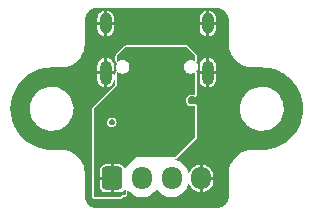
<source format=gbr>
%TF.GenerationSoftware,KiCad,Pcbnew,(7.0.0-0)*%
%TF.CreationDate,2023-03-15T20:38:16-05:00*%
%TF.ProjectId,USB-C Breakout,5553422d-4320-4427-9265-616b6f75742e,0*%
%TF.SameCoordinates,Original*%
%TF.FileFunction,Copper,L3,Inr*%
%TF.FilePolarity,Positive*%
%FSLAX46Y46*%
G04 Gerber Fmt 4.6, Leading zero omitted, Abs format (unit mm)*
G04 Created by KiCad (PCBNEW (7.0.0-0)) date 2023-03-15 20:38:16*
%MOMM*%
%LPD*%
G01*
G04 APERTURE LIST*
G04 Aperture macros list*
%AMRoundRect*
0 Rectangle with rounded corners*
0 $1 Rounding radius*
0 $2 $3 $4 $5 $6 $7 $8 $9 X,Y pos of 4 corners*
0 Add a 4 corners polygon primitive as box body*
4,1,4,$2,$3,$4,$5,$6,$7,$8,$9,$2,$3,0*
0 Add four circle primitives for the rounded corners*
1,1,$1+$1,$2,$3*
1,1,$1+$1,$4,$5*
1,1,$1+$1,$6,$7*
1,1,$1+$1,$8,$9*
0 Add four rect primitives between the rounded corners*
20,1,$1+$1,$2,$3,$4,$5,0*
20,1,$1+$1,$4,$5,$6,$7,0*
20,1,$1+$1,$6,$7,$8,$9,0*
20,1,$1+$1,$8,$9,$2,$3,0*%
G04 Aperture macros list end*
%TA.AperFunction,ComponentPad*%
%ADD10RoundRect,0.250000X-0.600000X-0.725000X0.600000X-0.725000X0.600000X0.725000X-0.600000X0.725000X0*%
%TD*%
%TA.AperFunction,ComponentPad*%
%ADD11O,1.700000X1.950000*%
%TD*%
%TA.AperFunction,ComponentPad*%
%ADD12O,1.000000X2.100000*%
%TD*%
%TA.AperFunction,ComponentPad*%
%ADD13O,1.000000X1.800000*%
%TD*%
%TA.AperFunction,ViaPad*%
%ADD14C,0.700000*%
%TD*%
%TA.AperFunction,ViaPad*%
%ADD15C,0.500000*%
%TD*%
G04 APERTURE END LIST*
D10*
%TO.N,VBUS*%
%TO.C,J2*%
X138395085Y-104900000D03*
D11*
%TO.N,/DP_USB_+*%
X140895084Y-104899999D03*
%TO.N,/DP_USB_-*%
X143395084Y-104899999D03*
%TO.N,GND*%
X145895084Y-104899999D03*
%TD*%
D12*
%TO.N,GND*%
%TO.C,J1*%
X146465084Y-95949999D03*
D13*
X146465084Y-91769999D03*
D12*
X137825084Y-95949999D03*
D13*
X137825084Y-91769999D03*
%TD*%
D14*
%TO.N,GND*%
X145100000Y-98300000D03*
X144850000Y-102850000D03*
X147650000Y-105000000D03*
X147450000Y-106650000D03*
X144850000Y-106800000D03*
X139450000Y-106800000D03*
X142150000Y-106800000D03*
D15*
X138350000Y-100150000D03*
X146000000Y-100300000D03*
%TO.N,VBUS*%
X140100000Y-95350000D03*
X144200000Y-95350000D03*
X141550000Y-94500000D03*
X143350000Y-94500000D03*
X140500000Y-94900000D03*
X143800000Y-94900000D03*
X142150000Y-94500000D03*
X142750000Y-94500000D03*
X140950000Y-94500000D03*
%TD*%
%TA.AperFunction,Conductor*%
%TO.N,GND*%
G36*
X138416881Y-99912539D02*
G01*
X138435472Y-99918580D01*
X138486981Y-99944825D01*
X138502801Y-99956319D01*
X138543679Y-99997197D01*
X138555172Y-100013015D01*
X138581417Y-100064524D01*
X138587460Y-100083121D01*
X138596504Y-100140227D01*
X138596504Y-100159780D01*
X138587461Y-100216875D01*
X138581418Y-100235472D01*
X138555173Y-100286981D01*
X138543679Y-100302801D01*
X138502801Y-100343679D01*
X138486981Y-100355173D01*
X138435472Y-100381418D01*
X138416875Y-100387460D01*
X138359780Y-100396504D01*
X138340227Y-100396504D01*
X138283121Y-100387460D01*
X138264524Y-100381417D01*
X138213015Y-100355172D01*
X138197197Y-100343679D01*
X138156319Y-100302801D01*
X138144826Y-100286984D01*
X138118579Y-100235470D01*
X138112538Y-100216877D01*
X138107787Y-100186881D01*
X138103494Y-100159771D01*
X138103494Y-100140225D01*
X138112539Y-100083115D01*
X138118580Y-100064526D01*
X138144826Y-100013014D01*
X138156316Y-99997200D01*
X138197200Y-99956316D01*
X138213011Y-99944828D01*
X138264530Y-99918578D01*
X138283117Y-99912539D01*
X138332141Y-99904774D01*
X138340227Y-99903494D01*
X138359774Y-99903494D01*
X138416881Y-99912539D01*
G37*
%TD.AperFunction*%
%TA.AperFunction,Conductor*%
G36*
X147247805Y-90470738D02*
G01*
X147252403Y-90471140D01*
X147290290Y-90474454D01*
X147290731Y-90474495D01*
X147421868Y-90487409D01*
X147431910Y-90489235D01*
X147502484Y-90508144D01*
X147504355Y-90508679D01*
X147600840Y-90537946D01*
X147609099Y-90541106D01*
X147680466Y-90574385D01*
X147683484Y-90575893D01*
X147767408Y-90620750D01*
X147773773Y-90624661D01*
X147806109Y-90647302D01*
X147839894Y-90670958D01*
X147843695Y-90673842D01*
X147915895Y-90733094D01*
X147920440Y-90737213D01*
X147977878Y-90794651D01*
X147981997Y-90799195D01*
X148041241Y-90871383D01*
X148044125Y-90875184D01*
X148090421Y-90941300D01*
X148094344Y-90947686D01*
X148139196Y-91031595D01*
X148140720Y-91034645D01*
X148173983Y-91105979D01*
X148177148Y-91114249D01*
X148206410Y-91210710D01*
X148206971Y-91212677D01*
X148225855Y-91283154D01*
X148227685Y-91293209D01*
X148240685Y-91425307D01*
X148240747Y-91425979D01*
X148244347Y-91467110D01*
X148244585Y-91472559D01*
X148244585Y-93500099D01*
X148244594Y-93500122D01*
X148244600Y-93500174D01*
X148244600Y-93631119D01*
X148244866Y-93633144D01*
X148244867Y-93633150D01*
X148261697Y-93760986D01*
X148278829Y-93891114D01*
X148279359Y-93893092D01*
X148279360Y-93893097D01*
X148346168Y-94142430D01*
X148346170Y-94142436D01*
X148346701Y-94144416D01*
X148347480Y-94146298D01*
X148347484Y-94146308D01*
X148396720Y-94265173D01*
X148447055Y-94386693D01*
X148448074Y-94388458D01*
X148448077Y-94388464D01*
X148577155Y-94612036D01*
X148577160Y-94612043D01*
X148578173Y-94613798D01*
X148579410Y-94615410D01*
X148579412Y-94615413D01*
X148736567Y-94820223D01*
X148736569Y-94820225D01*
X148737813Y-94821846D01*
X148923243Y-95007277D01*
X149131289Y-95166918D01*
X149358394Y-95298039D01*
X149600669Y-95398394D01*
X149853972Y-95466268D01*
X150113966Y-95500499D01*
X150244984Y-95500499D01*
X150244985Y-95500499D01*
X150244986Y-95500500D01*
X150245085Y-95500500D01*
X151038541Y-95500500D01*
X151041811Y-95500586D01*
X151316991Y-95515005D01*
X151404311Y-95519740D01*
X151410688Y-95520415D01*
X151625965Y-95554509D01*
X151772307Y-95578500D01*
X151778318Y-95579795D01*
X151970914Y-95631399D01*
X151977039Y-95633041D01*
X151977583Y-95633189D01*
X152131890Y-95676030D01*
X152137522Y-95677889D01*
X152324929Y-95749826D01*
X152325589Y-95750085D01*
X152479044Y-95811226D01*
X152484245Y-95813581D01*
X152660569Y-95903420D01*
X152661332Y-95903817D01*
X152772755Y-95962889D01*
X152809814Y-95982536D01*
X152814579Y-95985339D01*
X152978975Y-96092098D01*
X152980009Y-96092784D01*
X153015190Y-96116637D01*
X153120500Y-96188038D01*
X153124735Y-96191180D01*
X153276187Y-96313822D01*
X153277309Y-96314753D01*
X153407517Y-96425352D01*
X153411250Y-96428793D01*
X153548449Y-96565991D01*
X153549581Y-96567154D01*
X153642259Y-96664992D01*
X153667678Y-96691826D01*
X153670873Y-96695471D01*
X153691599Y-96721066D01*
X153792571Y-96845756D01*
X153793755Y-96847265D01*
X153898021Y-96984423D01*
X153900682Y-96988207D01*
X154005759Y-97150011D01*
X154006895Y-97151829D01*
X154095927Y-97299799D01*
X154098062Y-97303646D01*
X154185501Y-97475253D01*
X154186522Y-97477355D01*
X154212241Y-97532944D01*
X154259179Y-97634399D01*
X154260804Y-97638244D01*
X154329738Y-97817822D01*
X154330617Y-97820263D01*
X154385935Y-97984438D01*
X154387077Y-97988218D01*
X154436807Y-98173809D01*
X154437476Y-98176551D01*
X154474757Y-98345924D01*
X154475449Y-98349582D01*
X154505489Y-98539248D01*
X154505892Y-98542267D01*
X154524654Y-98714771D01*
X154524934Y-98718258D01*
X154534981Y-98909957D01*
X154535067Y-98913228D01*
X154535067Y-99086772D01*
X154534981Y-99090043D01*
X154524934Y-99281740D01*
X154524654Y-99285227D01*
X154505892Y-99457731D01*
X154505489Y-99460750D01*
X154475449Y-99650416D01*
X154474757Y-99654074D01*
X154437476Y-99823447D01*
X154436807Y-99826189D01*
X154387077Y-100011780D01*
X154385935Y-100015559D01*
X154330618Y-100179733D01*
X154329739Y-100182175D01*
X154260804Y-100361754D01*
X154259179Y-100365599D01*
X154186537Y-100522613D01*
X154185501Y-100524745D01*
X154098062Y-100696352D01*
X154095927Y-100700199D01*
X154006895Y-100848169D01*
X154005759Y-100849987D01*
X153900682Y-101011791D01*
X153898021Y-101015575D01*
X153793755Y-101152733D01*
X153792571Y-101154242D01*
X153670875Y-101304524D01*
X153667678Y-101308172D01*
X153549605Y-101432820D01*
X153548424Y-101434033D01*
X153411250Y-101571205D01*
X153407517Y-101574646D01*
X153277309Y-101685245D01*
X153276180Y-101686182D01*
X153124746Y-101808810D01*
X153120488Y-101811969D01*
X152980009Y-101907214D01*
X152978975Y-101907900D01*
X152814579Y-102014659D01*
X152809814Y-102017462D01*
X152661397Y-102096147D01*
X152660496Y-102096615D01*
X152484265Y-102186408D01*
X152479024Y-102188781D01*
X152325630Y-102249897D01*
X152324895Y-102250185D01*
X152137544Y-102322102D01*
X152131866Y-102323975D01*
X151977583Y-102366809D01*
X151977039Y-102366957D01*
X151778344Y-102420197D01*
X151772279Y-102421504D01*
X151626172Y-102445455D01*
X151625838Y-102445509D01*
X151410695Y-102479582D01*
X151404302Y-102480259D01*
X151316527Y-102485018D01*
X151316414Y-102485024D01*
X151041811Y-102499414D01*
X151038540Y-102499500D01*
X150245141Y-102499500D01*
X150245085Y-102499493D01*
X150245085Y-102499485D01*
X150245027Y-102499485D01*
X150116011Y-102499485D01*
X150115996Y-102499485D01*
X150113965Y-102499486D01*
X150111941Y-102499752D01*
X150111933Y-102499753D01*
X149856000Y-102533449D01*
X149855991Y-102533450D01*
X149853969Y-102533717D01*
X149852005Y-102534243D01*
X149851991Y-102534246D01*
X149602637Y-102601063D01*
X149602628Y-102601065D01*
X149600665Y-102601592D01*
X149598782Y-102602371D01*
X149598776Y-102602374D01*
X149360287Y-102701160D01*
X149360274Y-102701166D01*
X149358387Y-102701948D01*
X149356609Y-102702974D01*
X149356604Y-102702977D01*
X149133063Y-102832040D01*
X149131281Y-102833069D01*
X149129655Y-102834316D01*
X149129650Y-102834320D01*
X148924865Y-102991459D01*
X148924858Y-102991464D01*
X148923233Y-102992712D01*
X148921785Y-102994159D01*
X148921777Y-102994167D01*
X148739249Y-103176696D01*
X148739241Y-103176704D01*
X148737802Y-103178144D01*
X148736567Y-103179753D01*
X148736556Y-103179766D01*
X148579400Y-103384578D01*
X148579393Y-103384587D01*
X148578161Y-103386194D01*
X148577152Y-103387940D01*
X148577143Y-103387955D01*
X148512312Y-103500247D01*
X148447041Y-103613300D01*
X148446264Y-103615175D01*
X148446259Y-103615186D01*
X148347470Y-103853687D01*
X148347466Y-103853696D01*
X148346687Y-103855579D01*
X148346159Y-103857548D01*
X148346155Y-103857561D01*
X148285944Y-104082272D01*
X148278814Y-104108883D01*
X148278546Y-104110913D01*
X148278546Y-104110917D01*
X148244852Y-104366848D01*
X148244851Y-104366855D01*
X148244585Y-104368880D01*
X148244585Y-104370927D01*
X148244585Y-106397271D01*
X148244347Y-106402720D01*
X148240637Y-106445110D01*
X148240574Y-106445787D01*
X148227673Y-106576780D01*
X148225844Y-106586830D01*
X148206958Y-106657313D01*
X148206397Y-106659281D01*
X148177133Y-106755747D01*
X148173968Y-106764017D01*
X148140707Y-106835345D01*
X148139183Y-106838393D01*
X148094332Y-106922303D01*
X148090409Y-106928690D01*
X148044115Y-106994804D01*
X148041231Y-106998605D01*
X147981986Y-107070795D01*
X147977866Y-107075340D01*
X147920427Y-107132777D01*
X147915883Y-107136896D01*
X147843689Y-107196143D01*
X147839888Y-107199026D01*
X147773780Y-107245315D01*
X147767393Y-107249239D01*
X147683492Y-107294083D01*
X147680444Y-107295607D01*
X147609096Y-107328876D01*
X147600826Y-107332040D01*
X147504388Y-107361294D01*
X147502420Y-107361856D01*
X147431906Y-107380749D01*
X147421861Y-107382577D01*
X147291854Y-107395390D01*
X147291171Y-107395453D01*
X147247634Y-107399262D01*
X147242187Y-107399500D01*
X137047815Y-107399500D01*
X137042366Y-107399262D01*
X136999978Y-107395552D01*
X136999300Y-107395489D01*
X136868307Y-107382586D01*
X136858257Y-107380757D01*
X136787733Y-107361859D01*
X136785779Y-107361301D01*
X136689340Y-107332045D01*
X136681076Y-107328883D01*
X136609737Y-107295616D01*
X136606688Y-107294092D01*
X136522782Y-107249242D01*
X136516396Y-107245319D01*
X136450284Y-107199026D01*
X136446483Y-107196142D01*
X136374296Y-107136899D01*
X136369756Y-107132785D01*
X136312296Y-107075324D01*
X136308197Y-107070800D01*
X136248923Y-106998575D01*
X136246084Y-106994831D01*
X136199760Y-106928674D01*
X136195862Y-106922330D01*
X136150978Y-106838357D01*
X136149498Y-106835396D01*
X136116207Y-106764002D01*
X136113048Y-106755744D01*
X136083779Y-106659256D01*
X136083235Y-106657350D01*
X136064337Y-106586823D01*
X136062509Y-106576779D01*
X136058722Y-106538361D01*
X136049689Y-106446712D01*
X136049631Y-106446080D01*
X136049605Y-106445787D01*
X136048880Y-106437500D01*
X136644500Y-106437500D01*
X136645098Y-106440510D01*
X136645099Y-106440512D01*
X136647861Y-106454400D01*
X136656337Y-106497008D01*
X136657510Y-106499840D01*
X136657511Y-106499843D01*
X136673466Y-106538361D01*
X136674643Y-106541202D01*
X136708351Y-106591649D01*
X136758798Y-106625357D01*
X136802992Y-106643663D01*
X136862500Y-106655500D01*
X139017488Y-106655500D01*
X139019152Y-106655500D01*
X139052206Y-106651946D01*
X139078169Y-106646298D01*
X139138302Y-106618837D01*
X139159573Y-106602914D01*
X139183905Y-106580260D01*
X139215866Y-106543373D01*
X139229307Y-106531727D01*
X139297648Y-106487806D01*
X139313829Y-106480417D01*
X139391776Y-106457531D01*
X139409383Y-106455000D01*
X139434429Y-106455000D01*
X139437500Y-106455000D01*
X139497008Y-106443163D01*
X139541202Y-106424857D01*
X139591649Y-106391149D01*
X139625357Y-106340702D01*
X139643663Y-106296508D01*
X139655500Y-106237000D01*
X139655500Y-105980275D01*
X139666395Y-105945017D01*
X139695281Y-105922051D01*
X139732088Y-105919383D01*
X139763982Y-105937944D01*
X139909321Y-106095825D01*
X140099018Y-106243472D01*
X140101285Y-106244699D01*
X140101290Y-106244702D01*
X140179419Y-106286983D01*
X140310429Y-106357882D01*
X140537788Y-106435934D01*
X140774893Y-106475500D01*
X141012690Y-106475500D01*
X141015277Y-106475500D01*
X141252382Y-106435934D01*
X141479741Y-106357882D01*
X141691152Y-106243472D01*
X141880849Y-106095825D01*
X142043656Y-105918969D01*
X142092763Y-105843804D01*
X142124791Y-105818876D01*
X142165379Y-105818876D01*
X142197406Y-105843804D01*
X142224475Y-105885236D01*
X142245100Y-105916806D01*
X142246514Y-105918969D01*
X142409321Y-106095825D01*
X142599018Y-106243472D01*
X142601285Y-106244699D01*
X142601290Y-106244702D01*
X142679419Y-106286983D01*
X142810429Y-106357882D01*
X143037788Y-106435934D01*
X143274893Y-106475500D01*
X143512690Y-106475500D01*
X143515277Y-106475500D01*
X143752382Y-106435934D01*
X143979741Y-106357882D01*
X144191152Y-106243472D01*
X144380849Y-106095825D01*
X144543656Y-105918969D01*
X144675134Y-105717728D01*
X144771695Y-105497591D01*
X144793650Y-105410891D01*
X144815277Y-105377364D01*
X144852782Y-105363752D01*
X144890881Y-105375604D01*
X144914045Y-105408090D01*
X144919423Y-105425816D01*
X144921766Y-105431474D01*
X145016367Y-105608459D01*
X145019766Y-105613547D01*
X145147084Y-105768684D01*
X145151400Y-105773000D01*
X145306537Y-105900318D01*
X145311625Y-105903717D01*
X145488610Y-105998318D01*
X145494263Y-106000660D01*
X145686315Y-106058918D01*
X145692301Y-106060108D01*
X145761376Y-106066912D01*
X145768184Y-106065673D01*
X145770085Y-106059019D01*
X146020085Y-106059019D01*
X146021985Y-106065673D01*
X146028793Y-106066912D01*
X146097868Y-106060108D01*
X146103854Y-106058918D01*
X146295906Y-106000660D01*
X146301559Y-105998318D01*
X146478544Y-105903717D01*
X146483632Y-105900318D01*
X146638769Y-105773000D01*
X146643085Y-105768684D01*
X146770403Y-105613547D01*
X146773802Y-105608459D01*
X146868403Y-105431474D01*
X146870745Y-105425821D01*
X146929003Y-105233769D01*
X146930193Y-105227783D01*
X146944933Y-105078121D01*
X146945085Y-105075047D01*
X146945085Y-105037431D01*
X146941443Y-105028641D01*
X146932654Y-105025000D01*
X146032516Y-105025000D01*
X146023726Y-105028641D01*
X146020085Y-105037431D01*
X146020085Y-106059019D01*
X145770085Y-106059019D01*
X145770085Y-104762569D01*
X146020085Y-104762569D01*
X146023726Y-104771358D01*
X146032516Y-104775000D01*
X146932654Y-104775000D01*
X146941443Y-104771358D01*
X146945085Y-104762569D01*
X146945085Y-104724953D01*
X146944933Y-104721878D01*
X146930193Y-104572216D01*
X146929003Y-104566230D01*
X146870745Y-104374178D01*
X146868403Y-104368525D01*
X146773802Y-104191540D01*
X146770403Y-104186452D01*
X146643085Y-104031315D01*
X146638769Y-104026999D01*
X146483632Y-103899681D01*
X146478544Y-103896282D01*
X146301559Y-103801681D01*
X146295906Y-103799339D01*
X146103854Y-103741081D01*
X146097868Y-103739891D01*
X146028793Y-103733087D01*
X146021985Y-103734326D01*
X146020085Y-103740981D01*
X146020085Y-104762569D01*
X145770085Y-104762569D01*
X145770085Y-103740981D01*
X145768184Y-103734326D01*
X145761376Y-103733087D01*
X145692301Y-103739891D01*
X145686315Y-103741081D01*
X145494263Y-103799339D01*
X145488610Y-103801681D01*
X145311625Y-103896282D01*
X145306537Y-103899681D01*
X145151400Y-104026999D01*
X145147084Y-104031315D01*
X145019766Y-104186452D01*
X145016367Y-104191540D01*
X144921766Y-104368525D01*
X144919423Y-104374181D01*
X144914045Y-104391910D01*
X144890880Y-104424395D01*
X144852782Y-104436247D01*
X144815277Y-104422635D01*
X144793649Y-104389106D01*
X144788527Y-104368880D01*
X144771695Y-104302409D01*
X144675134Y-104082272D01*
X144543656Y-103881031D01*
X144380849Y-103704175D01*
X144191152Y-103556528D01*
X144188887Y-103555302D01*
X144188879Y-103555297D01*
X144031813Y-103470297D01*
X143979741Y-103442118D01*
X143977298Y-103441279D01*
X143977295Y-103441278D01*
X143754824Y-103364904D01*
X143754820Y-103364903D01*
X143752382Y-103364066D01*
X143749834Y-103363640D01*
X143749823Y-103363638D01*
X143746916Y-103363153D01*
X143710831Y-103343408D01*
X143694833Y-103305513D01*
X143705851Y-103265881D01*
X143734261Y-103245210D01*
X143733620Y-103243663D01*
X143733619Y-103243663D01*
X143777814Y-103225357D01*
X143828261Y-103191649D01*
X145491649Y-101528261D01*
X145525357Y-101477814D01*
X145543663Y-101433620D01*
X145555500Y-101374112D01*
X145555500Y-99067765D01*
X149185958Y-99067765D01*
X149186206Y-99070026D01*
X149186207Y-99070032D01*
X149215333Y-99334742D01*
X149215334Y-99334749D01*
X149215584Y-99337018D01*
X149216160Y-99339223D01*
X149216162Y-99339231D01*
X149249578Y-99467047D01*
X149284098Y-99599088D01*
X149284988Y-99601183D01*
X149284990Y-99601188D01*
X149389149Y-99846294D01*
X149390040Y-99848390D01*
X149391223Y-99850330D01*
X149391225Y-99850332D01*
X149527328Y-100073345D01*
X149531152Y-100079610D01*
X149597870Y-100159780D01*
X149678106Y-100256195D01*
X149704425Y-100287820D01*
X149906168Y-100468582D01*
X150132080Y-100618044D01*
X150377346Y-100733020D01*
X150379532Y-100733677D01*
X150379533Y-100733678D01*
X150522797Y-100776780D01*
X150636739Y-100811060D01*
X150904731Y-100850500D01*
X151106662Y-100850500D01*
X151107801Y-100850500D01*
X151310326Y-100835677D01*
X151574723Y-100776780D01*
X151827728Y-100680014D01*
X152063947Y-100547441D01*
X152278347Y-100381888D01*
X152466356Y-100186881D01*
X152623969Y-99966579D01*
X152747826Y-99725675D01*
X152835288Y-99469305D01*
X152884489Y-99202933D01*
X152894382Y-98932235D01*
X152864756Y-98662982D01*
X152796242Y-98400912D01*
X152690300Y-98151610D01*
X152549188Y-97920390D01*
X152375915Y-97712180D01*
X152174172Y-97531418D01*
X151948260Y-97381956D01*
X151946193Y-97380987D01*
X151705058Y-97267947D01*
X151705051Y-97267944D01*
X151702994Y-97266980D01*
X151700814Y-97266324D01*
X151700806Y-97266321D01*
X151445794Y-97189599D01*
X151445784Y-97189596D01*
X151443601Y-97188940D01*
X151441341Y-97188607D01*
X151441335Y-97188606D01*
X151177864Y-97149831D01*
X151177852Y-97149830D01*
X151175609Y-97149500D01*
X150972539Y-97149500D01*
X150971410Y-97149582D01*
X150971399Y-97149583D01*
X150772288Y-97164156D01*
X150772280Y-97164157D01*
X150770014Y-97164323D01*
X150767795Y-97164817D01*
X150767790Y-97164818D01*
X150507847Y-97222723D01*
X150507843Y-97222723D01*
X150505617Y-97223220D01*
X150503492Y-97224032D01*
X150503481Y-97224036D01*
X150254747Y-97319169D01*
X150254741Y-97319171D01*
X150252612Y-97319986D01*
X150250629Y-97321098D01*
X150250618Y-97321104D01*
X150018381Y-97451443D01*
X150016393Y-97452559D01*
X150014594Y-97453947D01*
X150014588Y-97453952D01*
X149803801Y-97616715D01*
X149803793Y-97616721D01*
X149801993Y-97618112D01*
X149800412Y-97619751D01*
X149800404Y-97619759D01*
X149615574Y-97811469D01*
X149615569Y-97811474D01*
X149613984Y-97813119D01*
X149612661Y-97814968D01*
X149612652Y-97814979D01*
X149457695Y-98031570D01*
X149456371Y-98033421D01*
X149455335Y-98035434D01*
X149455330Y-98035444D01*
X149333561Y-98272287D01*
X149333557Y-98272296D01*
X149332514Y-98274325D01*
X149331775Y-98276490D01*
X149331772Y-98276498D01*
X149245793Y-98528521D01*
X149245790Y-98528529D01*
X149245052Y-98530695D01*
X149244637Y-98532937D01*
X149244634Y-98532952D01*
X149196266Y-98794814D01*
X149196264Y-98794829D01*
X149195851Y-98797067D01*
X149195767Y-98799348D01*
X149195767Y-98799354D01*
X149187599Y-99022875D01*
X149185958Y-99067765D01*
X145555500Y-99067765D01*
X145555500Y-98815428D01*
X145546948Y-98764570D01*
X145533577Y-98725936D01*
X145508862Y-98680672D01*
X145470701Y-98645981D01*
X145468519Y-98644578D01*
X145468513Y-98644574D01*
X145438491Y-98625280D01*
X145436308Y-98623877D01*
X145433923Y-98622855D01*
X145433920Y-98622854D01*
X145393698Y-98605628D01*
X145393693Y-98605626D01*
X145388900Y-98603574D01*
X145383697Y-98603201D01*
X145383694Y-98603201D01*
X145340060Y-98600080D01*
X145337460Y-98599894D01*
X145334862Y-98600141D01*
X145334861Y-98600142D01*
X145301240Y-98603351D01*
X145301236Y-98603351D01*
X145297536Y-98603705D01*
X145294022Y-98604921D01*
X145294018Y-98604922D01*
X145280579Y-98609573D01*
X145266636Y-98612088D01*
X145266244Y-98610752D01*
X145258349Y-98613069D01*
X145258349Y-98613070D01*
X145158228Y-98642468D01*
X145140620Y-98645000D01*
X145059380Y-98645000D01*
X145041772Y-98642468D01*
X144983235Y-98625280D01*
X144963830Y-98619582D01*
X144947651Y-98612194D01*
X144879303Y-98568269D01*
X144865864Y-98556623D01*
X144812668Y-98495230D01*
X144803051Y-98480266D01*
X144769302Y-98406368D01*
X144764290Y-98389299D01*
X144752729Y-98308889D01*
X144752729Y-98291111D01*
X144764290Y-98210694D01*
X144769299Y-98193637D01*
X144803052Y-98119729D01*
X144812668Y-98104768D01*
X144865864Y-98043375D01*
X144879299Y-98031732D01*
X144947653Y-97987803D01*
X144963829Y-97980417D01*
X145041776Y-97957531D01*
X145059383Y-97955000D01*
X145140620Y-97955000D01*
X145158228Y-97957532D01*
X145266244Y-97989248D01*
X145266636Y-97987912D01*
X145280568Y-97990424D01*
X145297532Y-97996294D01*
X145337456Y-98000106D01*
X145388899Y-97996426D01*
X145436308Y-97976123D01*
X145470701Y-97954019D01*
X145508862Y-97919328D01*
X145533577Y-97874064D01*
X145546948Y-97835430D01*
X145555500Y-97784572D01*
X145555500Y-96540448D01*
X145765085Y-96540448D01*
X145765313Y-96544220D01*
X145779977Y-96664993D01*
X145781776Y-96672291D01*
X145839372Y-96824156D01*
X145842861Y-96830806D01*
X145935133Y-96964486D01*
X145940107Y-96970101D01*
X146061686Y-97077810D01*
X146067869Y-97082078D01*
X146211689Y-97157560D01*
X146218710Y-97160222D01*
X146330849Y-97187863D01*
X146337963Y-97187433D01*
X146340085Y-97180626D01*
X146590085Y-97180626D01*
X146592206Y-97187433D01*
X146599320Y-97187863D01*
X146711459Y-97160222D01*
X146718480Y-97157560D01*
X146862300Y-97082078D01*
X146868483Y-97077810D01*
X146990062Y-96970101D01*
X146995036Y-96964486D01*
X147087308Y-96830806D01*
X147090797Y-96824156D01*
X147148393Y-96672291D01*
X147150192Y-96664993D01*
X147164856Y-96544220D01*
X147165085Y-96540448D01*
X147165085Y-96087431D01*
X147161443Y-96078641D01*
X147152654Y-96075000D01*
X146602516Y-96075000D01*
X146593726Y-96078641D01*
X146590085Y-96087431D01*
X146590085Y-97180626D01*
X146340085Y-97180626D01*
X146340085Y-96087431D01*
X146336443Y-96078641D01*
X146327654Y-96075000D01*
X145777516Y-96075000D01*
X145768726Y-96078641D01*
X145765085Y-96087431D01*
X145765085Y-96540448D01*
X145555500Y-96540448D01*
X145555500Y-96015301D01*
X145547248Y-95965319D01*
X145534333Y-95927271D01*
X145510451Y-95882590D01*
X145504140Y-95876679D01*
X145484574Y-95836170D01*
X145491523Y-95812569D01*
X145765085Y-95812569D01*
X145768726Y-95821358D01*
X145777516Y-95825000D01*
X146327654Y-95825000D01*
X146336443Y-95821358D01*
X146340085Y-95812569D01*
X146590085Y-95812569D01*
X146593726Y-95821358D01*
X146602516Y-95825000D01*
X147152654Y-95825000D01*
X147161443Y-95821358D01*
X147165085Y-95812569D01*
X147165085Y-95359553D01*
X147164856Y-95355779D01*
X147150192Y-95235006D01*
X147148393Y-95227708D01*
X147090797Y-95075843D01*
X147087308Y-95069193D01*
X146995036Y-94935513D01*
X146990062Y-94929898D01*
X146868483Y-94822189D01*
X146862300Y-94817921D01*
X146718480Y-94742439D01*
X146711459Y-94739777D01*
X146599320Y-94712136D01*
X146592206Y-94712566D01*
X146590085Y-94719374D01*
X146590085Y-95812569D01*
X146340085Y-95812569D01*
X146340085Y-94719374D01*
X146337963Y-94712566D01*
X146330849Y-94712136D01*
X146218710Y-94739777D01*
X146211689Y-94742439D01*
X146067869Y-94817921D01*
X146061686Y-94822189D01*
X145940107Y-94929898D01*
X145935133Y-94935513D01*
X145842861Y-95069193D01*
X145839372Y-95075843D01*
X145781776Y-95227708D01*
X145779977Y-95235006D01*
X145765313Y-95355779D01*
X145765085Y-95359553D01*
X145765085Y-95812569D01*
X145491523Y-95812569D01*
X145497281Y-95793015D01*
X145499374Y-95790288D01*
X145537783Y-95740233D01*
X145595772Y-95600236D01*
X145615551Y-95450000D01*
X145595772Y-95299764D01*
X145537783Y-95159767D01*
X145497279Y-95106982D01*
X145484574Y-95063826D01*
X145504143Y-95023317D01*
X145510451Y-95017410D01*
X145534333Y-94972729D01*
X145547248Y-94934681D01*
X145555500Y-94884699D01*
X145555500Y-94525888D01*
X145543663Y-94466380D01*
X145525357Y-94422186D01*
X145491649Y-94371739D01*
X144828261Y-93708351D01*
X144825709Y-93706646D01*
X144825707Y-93706644D01*
X144803037Y-93691497D01*
X144777814Y-93674643D01*
X144774973Y-93673466D01*
X144736455Y-93657511D01*
X144736452Y-93657510D01*
X144733620Y-93656337D01*
X144730612Y-93655738D01*
X144730610Y-93655738D01*
X144677124Y-93645099D01*
X144677122Y-93645098D01*
X144674112Y-93644500D01*
X139525888Y-93644500D01*
X139522878Y-93645098D01*
X139522875Y-93645099D01*
X139469389Y-93655738D01*
X139469384Y-93655739D01*
X139466380Y-93656337D01*
X139463550Y-93657509D01*
X139463544Y-93657511D01*
X139425026Y-93673466D01*
X139425020Y-93673468D01*
X139422186Y-93674643D01*
X139419632Y-93676349D01*
X139419631Y-93676350D01*
X139374292Y-93706644D01*
X139374284Y-93706650D01*
X139371739Y-93708351D01*
X139369571Y-93710518D01*
X139369566Y-93710523D01*
X138710523Y-94369566D01*
X138710518Y-94369571D01*
X138708351Y-94371739D01*
X138706650Y-94374284D01*
X138706644Y-94374292D01*
X138676350Y-94419631D01*
X138674643Y-94422186D01*
X138673468Y-94425020D01*
X138673466Y-94425026D01*
X138657511Y-94463544D01*
X138657509Y-94463550D01*
X138656337Y-94466380D01*
X138655739Y-94469384D01*
X138655738Y-94469389D01*
X138645099Y-94522875D01*
X138644500Y-94525888D01*
X138644500Y-94947060D01*
X138645033Y-94949903D01*
X138645034Y-94949909D01*
X138649739Y-94974988D01*
X138655073Y-95003419D01*
X138656121Y-95006115D01*
X138656124Y-95006124D01*
X138670438Y-95042932D01*
X138670441Y-95042938D01*
X138671493Y-95045643D01*
X138673028Y-95048111D01*
X138698703Y-95089402D01*
X138698705Y-95089404D01*
X138701773Y-95094338D01*
X138722267Y-95109711D01*
X138745043Y-95143201D01*
X138742505Y-95183623D01*
X138694398Y-95299764D01*
X138693863Y-95303824D01*
X138693863Y-95303826D01*
X138677073Y-95431357D01*
X138674619Y-95450000D01*
X138675154Y-95454064D01*
X138691334Y-95576967D01*
X138694398Y-95600236D01*
X138695965Y-95604020D01*
X138695966Y-95604022D01*
X138742504Y-95716374D01*
X138745043Y-95756797D01*
X138722267Y-95790288D01*
X138706422Y-95802174D01*
X138706420Y-95802175D01*
X138701773Y-95805662D01*
X138698706Y-95810592D01*
X138698703Y-95810597D01*
X138673028Y-95851888D01*
X138671493Y-95854357D01*
X138670443Y-95857056D01*
X138670438Y-95857067D01*
X138656124Y-95893875D01*
X138656120Y-95893887D01*
X138655073Y-95896581D01*
X138654538Y-95899430D01*
X138654538Y-95899432D01*
X138645034Y-95950090D01*
X138645033Y-95950096D01*
X138644500Y-95952940D01*
X138644500Y-95955837D01*
X138644500Y-96061517D01*
X138630313Y-96101167D01*
X138594193Y-96122816D01*
X138552538Y-96116637D01*
X138524258Y-96085435D01*
X138521443Y-96078641D01*
X138512654Y-96075000D01*
X137962516Y-96075000D01*
X137953726Y-96078641D01*
X137950085Y-96087431D01*
X137950085Y-97180626D01*
X137952206Y-97187433D01*
X137959320Y-97187863D01*
X138071459Y-97160222D01*
X138078480Y-97157560D01*
X138222300Y-97082078D01*
X138228483Y-97077810D01*
X138350062Y-96970101D01*
X138355036Y-96964486D01*
X138447308Y-96830806D01*
X138450797Y-96824156D01*
X138508393Y-96672291D01*
X138510192Y-96664992D01*
X138519956Y-96584582D01*
X138541987Y-96544103D01*
X138585774Y-96529729D01*
X138627509Y-96549276D01*
X138644500Y-96592115D01*
X138644500Y-96909702D01*
X138626194Y-96953896D01*
X136710523Y-98869566D01*
X136710518Y-98869571D01*
X136708351Y-98871739D01*
X136706650Y-98874284D01*
X136706644Y-98874292D01*
X136680628Y-98913229D01*
X136674643Y-98922186D01*
X136673468Y-98925020D01*
X136673466Y-98925026D01*
X136657511Y-98963544D01*
X136657509Y-98963550D01*
X136656337Y-98966380D01*
X136644500Y-99025888D01*
X136644500Y-100149999D01*
X136644500Y-104619500D01*
X136644500Y-105180500D01*
X136644500Y-106437500D01*
X136048880Y-106437500D01*
X136045822Y-106402548D01*
X136045585Y-106397102D01*
X136045585Y-104500036D01*
X136045592Y-104500000D01*
X136045600Y-104500000D01*
X136045600Y-104368880D01*
X136011370Y-104108883D01*
X135943497Y-103855578D01*
X135843141Y-103613299D01*
X135712020Y-103386193D01*
X135705053Y-103377114D01*
X135553622Y-103179765D01*
X135553620Y-103179763D01*
X135552378Y-103178144D01*
X135366945Y-102992712D01*
X135365327Y-102991471D01*
X135365322Y-102991466D01*
X135160510Y-102834310D01*
X135160507Y-102834308D01*
X135158895Y-102833071D01*
X135157140Y-102832058D01*
X135157133Y-102832053D01*
X134933554Y-102702972D01*
X134933552Y-102702971D01*
X134931787Y-102701952D01*
X134929904Y-102701172D01*
X134929900Y-102701170D01*
X134691399Y-102602381D01*
X134691395Y-102602379D01*
X134689508Y-102601598D01*
X134687534Y-102601069D01*
X134687525Y-102601066D01*
X134438186Y-102534258D01*
X134438181Y-102534257D01*
X134436203Y-102533727D01*
X134434169Y-102533459D01*
X134434168Y-102533459D01*
X134178236Y-102499766D01*
X134178230Y-102499765D01*
X134176205Y-102499499D01*
X134174158Y-102499499D01*
X134045085Y-102499500D01*
X133251630Y-102499500D01*
X133248359Y-102499414D01*
X132973660Y-102485017D01*
X132973547Y-102485011D01*
X132885870Y-102480257D01*
X132879477Y-102479580D01*
X132664384Y-102445513D01*
X132664050Y-102445459D01*
X132517888Y-102421497D01*
X132511823Y-102420190D01*
X132313155Y-102366957D01*
X132312650Y-102366819D01*
X132158305Y-102323966D01*
X132152631Y-102322094D01*
X131965306Y-102250186D01*
X131964570Y-102249898D01*
X131811153Y-102188771D01*
X131805913Y-102186398D01*
X131629665Y-102096595D01*
X131628764Y-102096127D01*
X131480370Y-102017454D01*
X131475605Y-102014651D01*
X131311138Y-101907845D01*
X131310104Y-101907158D01*
X131169715Y-101811971D01*
X131165457Y-101808813D01*
X131014012Y-101686176D01*
X131012882Y-101685239D01*
X130882662Y-101574629D01*
X130878930Y-101571188D01*
X130741766Y-101434024D01*
X130740585Y-101432811D01*
X130682073Y-101371041D01*
X130622505Y-101308155D01*
X130619312Y-101304511D01*
X130497611Y-101154222D01*
X130496442Y-101152733D01*
X130392158Y-101015549D01*
X130389524Y-101011804D01*
X130284439Y-100849987D01*
X130283310Y-100848180D01*
X130205604Y-100719034D01*
X130194258Y-100700176D01*
X130192136Y-100696352D01*
X130104684Y-100524717D01*
X130103657Y-100522602D01*
X130077958Y-100467055D01*
X130031017Y-100365593D01*
X130029394Y-100361755D01*
X130029394Y-100361754D01*
X129960441Y-100182127D01*
X129959580Y-100179733D01*
X129904257Y-100015541D01*
X129903127Y-100011800D01*
X129853375Y-99826124D01*
X129852735Y-99823502D01*
X129815438Y-99654060D01*
X129814750Y-99650416D01*
X129801483Y-99566654D01*
X129784703Y-99460710D01*
X129784311Y-99457782D01*
X129765542Y-99285200D01*
X129765267Y-99281778D01*
X129755219Y-99090042D01*
X129755133Y-99086771D01*
X129755133Y-99067765D01*
X131395788Y-99067765D01*
X131396036Y-99070026D01*
X131396037Y-99070032D01*
X131425163Y-99334742D01*
X131425164Y-99334749D01*
X131425414Y-99337018D01*
X131425990Y-99339223D01*
X131425992Y-99339231D01*
X131459408Y-99467047D01*
X131493928Y-99599088D01*
X131494818Y-99601183D01*
X131494820Y-99601188D01*
X131598979Y-99846294D01*
X131599870Y-99848390D01*
X131601053Y-99850330D01*
X131601055Y-99850332D01*
X131737158Y-100073345D01*
X131740982Y-100079610D01*
X131807700Y-100159780D01*
X131887936Y-100256195D01*
X131914255Y-100287820D01*
X132115998Y-100468582D01*
X132341910Y-100618044D01*
X132587176Y-100733020D01*
X132589362Y-100733677D01*
X132589363Y-100733678D01*
X132732627Y-100776780D01*
X132846569Y-100811060D01*
X133114561Y-100850500D01*
X133316492Y-100850500D01*
X133317631Y-100850500D01*
X133520156Y-100835677D01*
X133784553Y-100776780D01*
X134037558Y-100680014D01*
X134273777Y-100547441D01*
X134488177Y-100381888D01*
X134676186Y-100186881D01*
X134833799Y-99966579D01*
X134957656Y-99725675D01*
X135045118Y-99469305D01*
X135094319Y-99202933D01*
X135104212Y-98932235D01*
X135074586Y-98662982D01*
X135006072Y-98400912D01*
X134900130Y-98151610D01*
X134759018Y-97920390D01*
X134585745Y-97712180D01*
X134384002Y-97531418D01*
X134158090Y-97381956D01*
X134156023Y-97380987D01*
X133914888Y-97267947D01*
X133914881Y-97267944D01*
X133912824Y-97266980D01*
X133910644Y-97266324D01*
X133910636Y-97266321D01*
X133655624Y-97189599D01*
X133655614Y-97189596D01*
X133653431Y-97188940D01*
X133651171Y-97188607D01*
X133651165Y-97188606D01*
X133387694Y-97149831D01*
X133387682Y-97149830D01*
X133385439Y-97149500D01*
X133182369Y-97149500D01*
X133181240Y-97149582D01*
X133181229Y-97149583D01*
X132982118Y-97164156D01*
X132982110Y-97164157D01*
X132979844Y-97164323D01*
X132977625Y-97164817D01*
X132977620Y-97164818D01*
X132717677Y-97222723D01*
X132717673Y-97222723D01*
X132715447Y-97223220D01*
X132713322Y-97224032D01*
X132713311Y-97224036D01*
X132464577Y-97319169D01*
X132464571Y-97319171D01*
X132462442Y-97319986D01*
X132460459Y-97321098D01*
X132460448Y-97321104D01*
X132228211Y-97451443D01*
X132226223Y-97452559D01*
X132224424Y-97453947D01*
X132224418Y-97453952D01*
X132013631Y-97616715D01*
X132013623Y-97616721D01*
X132011823Y-97618112D01*
X132010242Y-97619751D01*
X132010234Y-97619759D01*
X131825404Y-97811469D01*
X131825399Y-97811474D01*
X131823814Y-97813119D01*
X131822491Y-97814968D01*
X131822482Y-97814979D01*
X131667525Y-98031570D01*
X131666201Y-98033421D01*
X131665165Y-98035434D01*
X131665160Y-98035444D01*
X131543391Y-98272287D01*
X131543387Y-98272296D01*
X131542344Y-98274325D01*
X131541605Y-98276490D01*
X131541602Y-98276498D01*
X131455623Y-98528521D01*
X131455620Y-98528529D01*
X131454882Y-98530695D01*
X131454467Y-98532937D01*
X131454464Y-98532952D01*
X131406096Y-98794814D01*
X131406094Y-98794829D01*
X131405681Y-98797067D01*
X131405597Y-98799348D01*
X131405597Y-98799354D01*
X131397429Y-99022875D01*
X131395788Y-99067765D01*
X129755133Y-99067765D01*
X129755133Y-98913229D01*
X129755219Y-98909958D01*
X129760037Y-98818026D01*
X129765268Y-98718215D01*
X129765541Y-98714804D01*
X129784313Y-98542206D01*
X129784701Y-98539300D01*
X129814750Y-98349582D01*
X129815435Y-98345951D01*
X129852740Y-98176476D01*
X129853369Y-98173895D01*
X129903131Y-97988182D01*
X129904252Y-97984475D01*
X129959595Y-97820221D01*
X129960429Y-97817903D01*
X130029405Y-97638215D01*
X130031007Y-97634427D01*
X130103684Y-97477338D01*
X130104663Y-97475324D01*
X130192152Y-97303616D01*
X130194244Y-97299846D01*
X130283315Y-97151809D01*
X130284414Y-97150051D01*
X130389541Y-96988168D01*
X130392139Y-96984475D01*
X130496498Y-96847192D01*
X130497559Y-96845841D01*
X130619338Y-96695457D01*
X130622482Y-96691868D01*
X130740656Y-96567113D01*
X130741689Y-96566052D01*
X130767293Y-96540448D01*
X137125085Y-96540448D01*
X137125313Y-96544220D01*
X137139977Y-96664993D01*
X137141776Y-96672291D01*
X137199372Y-96824156D01*
X137202861Y-96830806D01*
X137295133Y-96964486D01*
X137300107Y-96970101D01*
X137421686Y-97077810D01*
X137427869Y-97082078D01*
X137571689Y-97157560D01*
X137578710Y-97160222D01*
X137690849Y-97187863D01*
X137697963Y-97187433D01*
X137700085Y-97180626D01*
X137700085Y-96087431D01*
X137696443Y-96078641D01*
X137687654Y-96075000D01*
X137137516Y-96075000D01*
X137128726Y-96078641D01*
X137125085Y-96087431D01*
X137125085Y-96540448D01*
X130767293Y-96540448D01*
X130878955Y-96428786D01*
X130882636Y-96425392D01*
X131012962Y-96314692D01*
X131013925Y-96313893D01*
X131165473Y-96191173D01*
X131169698Y-96188039D01*
X131310253Y-96092740D01*
X131310993Y-96092249D01*
X131475632Y-95985330D01*
X131480345Y-95982558D01*
X131628851Y-95903825D01*
X131629562Y-95903455D01*
X131805935Y-95813589D01*
X131808188Y-95812569D01*
X137125085Y-95812569D01*
X137128726Y-95821358D01*
X137137516Y-95825000D01*
X137687654Y-95825000D01*
X137696443Y-95821358D01*
X137700085Y-95812569D01*
X137950085Y-95812569D01*
X137953726Y-95821358D01*
X137962516Y-95825000D01*
X138512654Y-95825000D01*
X138521443Y-95821358D01*
X138525085Y-95812569D01*
X138525085Y-95359553D01*
X138524856Y-95355779D01*
X138510192Y-95235006D01*
X138508393Y-95227708D01*
X138450797Y-95075843D01*
X138447308Y-95069193D01*
X138355036Y-94935513D01*
X138350062Y-94929898D01*
X138228483Y-94822189D01*
X138222300Y-94817921D01*
X138078480Y-94742439D01*
X138071459Y-94739777D01*
X137959320Y-94712136D01*
X137952206Y-94712566D01*
X137950085Y-94719374D01*
X137950085Y-95812569D01*
X137700085Y-95812569D01*
X137700085Y-94719374D01*
X137697963Y-94712566D01*
X137690849Y-94712136D01*
X137578710Y-94739777D01*
X137571689Y-94742439D01*
X137427869Y-94817921D01*
X137421686Y-94822189D01*
X137300107Y-94929898D01*
X137295133Y-94935513D01*
X137202861Y-95069193D01*
X137199372Y-95075843D01*
X137141776Y-95227708D01*
X137139977Y-95235006D01*
X137125313Y-95355779D01*
X137125085Y-95359553D01*
X137125085Y-95812569D01*
X131808188Y-95812569D01*
X131811132Y-95811236D01*
X131964760Y-95750025D01*
X131965090Y-95749896D01*
X132152668Y-95677891D01*
X132158266Y-95676044D01*
X132312732Y-95633156D01*
X132511853Y-95579801D01*
X132517860Y-95578507D01*
X132664087Y-95554533D01*
X132879505Y-95520414D01*
X132885843Y-95519743D01*
X132973593Y-95514986D01*
X133248359Y-95500585D01*
X133251630Y-95500500D01*
X134045109Y-95500500D01*
X134045184Y-95500500D01*
X134045207Y-95500490D01*
X134045257Y-95500485D01*
X134176204Y-95500486D01*
X134436200Y-95466258D01*
X134689503Y-95398388D01*
X134931781Y-95298035D01*
X135158887Y-95166916D01*
X135366935Y-95007277D01*
X135552367Y-94821847D01*
X135712008Y-94613799D01*
X135843128Y-94386694D01*
X135943483Y-94144417D01*
X136011355Y-93891114D01*
X136045585Y-93631119D01*
X136045585Y-93500000D01*
X136045585Y-93499500D01*
X136045585Y-92210448D01*
X137125085Y-92210448D01*
X137125313Y-92214220D01*
X137139977Y-92334993D01*
X137141776Y-92342291D01*
X137199372Y-92494156D01*
X137202861Y-92500806D01*
X137295133Y-92634486D01*
X137300107Y-92640101D01*
X137421686Y-92747810D01*
X137427869Y-92752078D01*
X137571689Y-92827560D01*
X137578710Y-92830222D01*
X137690849Y-92857863D01*
X137697963Y-92857433D01*
X137700085Y-92850626D01*
X137950085Y-92850626D01*
X137952206Y-92857433D01*
X137959320Y-92857863D01*
X138071459Y-92830222D01*
X138078480Y-92827560D01*
X138222300Y-92752078D01*
X138228483Y-92747810D01*
X138350062Y-92640101D01*
X138355036Y-92634486D01*
X138447308Y-92500806D01*
X138450797Y-92494156D01*
X138508393Y-92342291D01*
X138510192Y-92334993D01*
X138524856Y-92214220D01*
X138525085Y-92210448D01*
X145765085Y-92210448D01*
X145765313Y-92214220D01*
X145779977Y-92334993D01*
X145781776Y-92342291D01*
X145839372Y-92494156D01*
X145842861Y-92500806D01*
X145935133Y-92634486D01*
X145940107Y-92640101D01*
X146061686Y-92747810D01*
X146067869Y-92752078D01*
X146211689Y-92827560D01*
X146218710Y-92830222D01*
X146330849Y-92857863D01*
X146337963Y-92857433D01*
X146340085Y-92850626D01*
X146590085Y-92850626D01*
X146592206Y-92857433D01*
X146599320Y-92857863D01*
X146711459Y-92830222D01*
X146718480Y-92827560D01*
X146862300Y-92752078D01*
X146868483Y-92747810D01*
X146990062Y-92640101D01*
X146995036Y-92634486D01*
X147087308Y-92500806D01*
X147090797Y-92494156D01*
X147148393Y-92342291D01*
X147150192Y-92334993D01*
X147164856Y-92214220D01*
X147165085Y-92210448D01*
X147165085Y-91907431D01*
X147161443Y-91898641D01*
X147152654Y-91895000D01*
X146602516Y-91895000D01*
X146593726Y-91898641D01*
X146590085Y-91907431D01*
X146590085Y-92850626D01*
X146340085Y-92850626D01*
X146340085Y-91907431D01*
X146336443Y-91898641D01*
X146327654Y-91895000D01*
X145777516Y-91895000D01*
X145768726Y-91898641D01*
X145765085Y-91907431D01*
X145765085Y-92210448D01*
X138525085Y-92210448D01*
X138525085Y-91907431D01*
X138521443Y-91898641D01*
X138512654Y-91895000D01*
X137962516Y-91895000D01*
X137953726Y-91898641D01*
X137950085Y-91907431D01*
X137950085Y-92850626D01*
X137700085Y-92850626D01*
X137700085Y-91907431D01*
X137696443Y-91898641D01*
X137687654Y-91895000D01*
X137137516Y-91895000D01*
X137128726Y-91898641D01*
X137125085Y-91907431D01*
X137125085Y-92210448D01*
X136045585Y-92210448D01*
X136045585Y-91632569D01*
X137125085Y-91632569D01*
X137128726Y-91641358D01*
X137137516Y-91645000D01*
X137687654Y-91645000D01*
X137696443Y-91641358D01*
X137700085Y-91632569D01*
X137950085Y-91632569D01*
X137953726Y-91641358D01*
X137962516Y-91645000D01*
X138512654Y-91645000D01*
X138521443Y-91641358D01*
X138525085Y-91632569D01*
X145765085Y-91632569D01*
X145768726Y-91641358D01*
X145777516Y-91645000D01*
X146327654Y-91645000D01*
X146336443Y-91641358D01*
X146340085Y-91632569D01*
X146590085Y-91632569D01*
X146593726Y-91641358D01*
X146602516Y-91645000D01*
X147152654Y-91645000D01*
X147161443Y-91641358D01*
X147165085Y-91632569D01*
X147165085Y-91329553D01*
X147164856Y-91325779D01*
X147150192Y-91205006D01*
X147148393Y-91197708D01*
X147090797Y-91045843D01*
X147087308Y-91039193D01*
X146995036Y-90905513D01*
X146990062Y-90899898D01*
X146868483Y-90792189D01*
X146862300Y-90787921D01*
X146718480Y-90712439D01*
X146711459Y-90709777D01*
X146599320Y-90682136D01*
X146592206Y-90682566D01*
X146590085Y-90689374D01*
X146590085Y-91632569D01*
X146340085Y-91632569D01*
X146340085Y-90689374D01*
X146337963Y-90682566D01*
X146330849Y-90682136D01*
X146218710Y-90709777D01*
X146211689Y-90712439D01*
X146067869Y-90787921D01*
X146061686Y-90792189D01*
X145940107Y-90899898D01*
X145935133Y-90905513D01*
X145842861Y-91039193D01*
X145839372Y-91045843D01*
X145781776Y-91197708D01*
X145779977Y-91205006D01*
X145765313Y-91325779D01*
X145765085Y-91329553D01*
X145765085Y-91632569D01*
X138525085Y-91632569D01*
X138525085Y-91329553D01*
X138524856Y-91325779D01*
X138510192Y-91205006D01*
X138508393Y-91197708D01*
X138450797Y-91045843D01*
X138447308Y-91039193D01*
X138355036Y-90905513D01*
X138350062Y-90899898D01*
X138228483Y-90792189D01*
X138222300Y-90787921D01*
X138078480Y-90712439D01*
X138071459Y-90709777D01*
X137959320Y-90682136D01*
X137952206Y-90682566D01*
X137950085Y-90689374D01*
X137950085Y-91632569D01*
X137700085Y-91632569D01*
X137700085Y-90689374D01*
X137697963Y-90682566D01*
X137690849Y-90682136D01*
X137578710Y-90709777D01*
X137571689Y-90712439D01*
X137427869Y-90787921D01*
X137421686Y-90792189D01*
X137300107Y-90899898D01*
X137295133Y-90905513D01*
X137202861Y-91039193D01*
X137199372Y-91045843D01*
X137141776Y-91197708D01*
X137139977Y-91205006D01*
X137125313Y-91325779D01*
X137125085Y-91329553D01*
X137125085Y-91632569D01*
X136045585Y-91632569D01*
X136045585Y-91472727D01*
X136045823Y-91467280D01*
X136049530Y-91424906D01*
X136049593Y-91424228D01*
X136062498Y-91293195D01*
X136064318Y-91283193D01*
X136083231Y-91212607D01*
X136083774Y-91210710D01*
X136113038Y-91114236D01*
X136116187Y-91106004D01*
X136149485Y-91034597D01*
X136150987Y-91031595D01*
X136195844Y-90947672D01*
X136199748Y-90941316D01*
X136246073Y-90875157D01*
X136248920Y-90871405D01*
X136308188Y-90799186D01*
X136312277Y-90794673D01*
X136369767Y-90737183D01*
X136374257Y-90733112D01*
X136446503Y-90673821D01*
X136450239Y-90670986D01*
X136516418Y-90624647D01*
X136522751Y-90620756D01*
X136606716Y-90575875D01*
X136609681Y-90574393D01*
X136681082Y-90541097D01*
X136689320Y-90537944D01*
X136785902Y-90508645D01*
X136787667Y-90508142D01*
X136858261Y-90489225D01*
X136868282Y-90487402D01*
X137000654Y-90474373D01*
X137000816Y-90474357D01*
X137042185Y-90470737D01*
X137047631Y-90470500D01*
X147242360Y-90470500D01*
X147247805Y-90470738D01*
G37*
%TD.AperFunction*%
%TD*%
%TA.AperFunction,Conductor*%
%TO.N,VBUS*%
G36*
X144718306Y-93818306D02*
G01*
X145381694Y-94481694D01*
X145400000Y-94525888D01*
X145400000Y-94884699D01*
X145387085Y-94922747D01*
X145353676Y-94945069D01*
X145313582Y-94942441D01*
X145198563Y-94894798D01*
X145189107Y-94890881D01*
X145189105Y-94890880D01*
X145185321Y-94889313D01*
X145181258Y-94888778D01*
X145074836Y-94874767D01*
X145074830Y-94874766D01*
X145072805Y-94874500D01*
X144997365Y-94874500D01*
X144995340Y-94874766D01*
X144995333Y-94874767D01*
X144888911Y-94888778D01*
X144888909Y-94888778D01*
X144884849Y-94889313D01*
X144881066Y-94890879D01*
X144881062Y-94890881D01*
X144748641Y-94945732D01*
X144748637Y-94945733D01*
X144744852Y-94947302D01*
X144741602Y-94949795D01*
X144741598Y-94949798D01*
X144627883Y-95037055D01*
X144627878Y-95037059D01*
X144624634Y-95039549D01*
X144622144Y-95042793D01*
X144622140Y-95042798D01*
X144534883Y-95156513D01*
X144534880Y-95156517D01*
X144532387Y-95159767D01*
X144530818Y-95163552D01*
X144530817Y-95163556D01*
X144475966Y-95295977D01*
X144475964Y-95295981D01*
X144474398Y-95299764D01*
X144473863Y-95303824D01*
X144473863Y-95303826D01*
X144455154Y-95445936D01*
X144454619Y-95450000D01*
X144474398Y-95600236D01*
X144532387Y-95740233D01*
X144624634Y-95860451D01*
X144744852Y-95952698D01*
X144884849Y-96010687D01*
X144997365Y-96025500D01*
X145070758Y-96025500D01*
X145072805Y-96025500D01*
X145185321Y-96010687D01*
X145313582Y-95957558D01*
X145353676Y-95954931D01*
X145387085Y-95977253D01*
X145400000Y-96015301D01*
X145400000Y-97784572D01*
X145386629Y-97823206D01*
X145352236Y-97845310D01*
X145312312Y-97841498D01*
X145310053Y-97840047D01*
X145305762Y-97838787D01*
X145305760Y-97838786D01*
X145176254Y-97800760D01*
X145176250Y-97800759D01*
X145171961Y-97799500D01*
X145028039Y-97799500D01*
X145023750Y-97800759D01*
X145023745Y-97800760D01*
X144894237Y-97838787D01*
X144894234Y-97838787D01*
X144889947Y-97840047D01*
X144886188Y-97842462D01*
X144886185Y-97842464D01*
X144772629Y-97915442D01*
X144772626Y-97915444D01*
X144768872Y-97917857D01*
X144765950Y-97921228D01*
X144765949Y-97921230D01*
X144677547Y-98023251D01*
X144677543Y-98023256D01*
X144674623Y-98026627D01*
X144614835Y-98157543D01*
X144594353Y-98300000D01*
X144614835Y-98442457D01*
X144674623Y-98573373D01*
X144768872Y-98682143D01*
X144889947Y-98759953D01*
X145028039Y-98800500D01*
X145167488Y-98800500D01*
X145171961Y-98800500D01*
X145310053Y-98759953D01*
X145312312Y-98758501D01*
X145352236Y-98754690D01*
X145386629Y-98776794D01*
X145400000Y-98815428D01*
X145400000Y-101374112D01*
X145381694Y-101418306D01*
X143718306Y-103081694D01*
X143674112Y-103100000D01*
X140400000Y-103100000D01*
X140391210Y-103108789D01*
X140391209Y-103108790D01*
X139504111Y-103995888D01*
X139466915Y-104013801D01*
X139426665Y-104004615D01*
X139400925Y-103972337D01*
X139398980Y-103966779D01*
X139394648Y-103958584D01*
X139319657Y-103856975D01*
X139313109Y-103850427D01*
X139211500Y-103775436D01*
X139203309Y-103771106D01*
X139083281Y-103729107D01*
X139075900Y-103727495D01*
X139050749Y-103725137D01*
X139047820Y-103725000D01*
X138532516Y-103725000D01*
X138523726Y-103728641D01*
X138520085Y-103737431D01*
X138520085Y-106062568D01*
X138523726Y-106071357D01*
X138532516Y-106074999D01*
X139047818Y-106074999D01*
X139050751Y-106074861D01*
X139075900Y-106072504D01*
X139083280Y-106070892D01*
X139203309Y-106028893D01*
X139211500Y-106024563D01*
X139313109Y-105949572D01*
X139319657Y-105943024D01*
X139387213Y-105851491D01*
X139418520Y-105829056D01*
X139457036Y-105829237D01*
X139488132Y-105851963D01*
X139500000Y-105888605D01*
X139500000Y-106237000D01*
X139481694Y-106281194D01*
X139437500Y-106299500D01*
X139378039Y-106299500D01*
X139373750Y-106300759D01*
X139373745Y-106300760D01*
X139244237Y-106338787D01*
X139244234Y-106338787D01*
X139239947Y-106340047D01*
X139236188Y-106342462D01*
X139236185Y-106342464D01*
X139122633Y-106415439D01*
X139122628Y-106415442D01*
X139118872Y-106417857D01*
X139115947Y-106421231D01*
X139115944Y-106421235D01*
X139066386Y-106478429D01*
X139045115Y-106494352D01*
X139019152Y-106500000D01*
X136862500Y-106500000D01*
X136818306Y-106481694D01*
X136800000Y-106437500D01*
X136800000Y-105677733D01*
X137345086Y-105677733D01*
X137345223Y-105680666D01*
X137347580Y-105705815D01*
X137349192Y-105713195D01*
X137391191Y-105833224D01*
X137395521Y-105841415D01*
X137470512Y-105943024D01*
X137477060Y-105949572D01*
X137578669Y-106024563D01*
X137586860Y-106028893D01*
X137706888Y-106070892D01*
X137714269Y-106072504D01*
X137739420Y-106074862D01*
X137742350Y-106075000D01*
X138257654Y-106075000D01*
X138266443Y-106071358D01*
X138270085Y-106062569D01*
X138270085Y-105037431D01*
X138266443Y-105028641D01*
X138257654Y-105025000D01*
X137357517Y-105025000D01*
X137348727Y-105028641D01*
X137345086Y-105037431D01*
X137345086Y-105677733D01*
X136800000Y-105677733D01*
X136800000Y-104762569D01*
X137345085Y-104762569D01*
X137348726Y-104771358D01*
X137357516Y-104775000D01*
X138257654Y-104775000D01*
X138266443Y-104771358D01*
X138270085Y-104762569D01*
X138270085Y-103737432D01*
X138266443Y-103728642D01*
X138257654Y-103725001D01*
X137742352Y-103725001D01*
X137739418Y-103725138D01*
X137714269Y-103727495D01*
X137706889Y-103729107D01*
X137586860Y-103771106D01*
X137578669Y-103775436D01*
X137477060Y-103850427D01*
X137470512Y-103856975D01*
X137395521Y-103958584D01*
X137391191Y-103966775D01*
X137349192Y-104086803D01*
X137347580Y-104094184D01*
X137345222Y-104119335D01*
X137345085Y-104122265D01*
X137345085Y-104762569D01*
X136800000Y-104762569D01*
X136800000Y-100150000D01*
X137944508Y-100150000D01*
X137945277Y-100154855D01*
X137963584Y-100270447D01*
X137963585Y-100270451D01*
X137964354Y-100275304D01*
X137966585Y-100279683D01*
X137966586Y-100279685D01*
X138019718Y-100383963D01*
X138019720Y-100383966D01*
X138021950Y-100388342D01*
X138111658Y-100478050D01*
X138116034Y-100480280D01*
X138116036Y-100480281D01*
X138171877Y-100508733D01*
X138224696Y-100535646D01*
X138350000Y-100555492D01*
X138475304Y-100535646D01*
X138588342Y-100478050D01*
X138678050Y-100388342D01*
X138735646Y-100275304D01*
X138755492Y-100150000D01*
X138735646Y-100024696D01*
X138678050Y-99911658D01*
X138588342Y-99821950D01*
X138583966Y-99819720D01*
X138583963Y-99819718D01*
X138479685Y-99766586D01*
X138479683Y-99766585D01*
X138475304Y-99764354D01*
X138470451Y-99763585D01*
X138470447Y-99763584D01*
X138354855Y-99745277D01*
X138350000Y-99744508D01*
X138345145Y-99745277D01*
X138229552Y-99763584D01*
X138229546Y-99763585D01*
X138224696Y-99764354D01*
X138220318Y-99766584D01*
X138220314Y-99766586D01*
X138116036Y-99819718D01*
X138116030Y-99819722D01*
X138111658Y-99821950D01*
X138108184Y-99825423D01*
X138108181Y-99825426D01*
X138025426Y-99908181D01*
X138025423Y-99908184D01*
X138021950Y-99911658D01*
X138019722Y-99916030D01*
X138019718Y-99916036D01*
X137966586Y-100020314D01*
X137966584Y-100020318D01*
X137964354Y-100024696D01*
X137963585Y-100029546D01*
X137963584Y-100029552D01*
X137946274Y-100138849D01*
X137944508Y-100150000D01*
X136800000Y-100150000D01*
X136800000Y-99025888D01*
X136818306Y-98981694D01*
X137776749Y-98023251D01*
X138800000Y-97000000D01*
X138800000Y-95952940D01*
X138816420Y-95910716D01*
X138857053Y-95890678D01*
X138900547Y-95903355D01*
X138964852Y-95952698D01*
X139104849Y-96010687D01*
X139217365Y-96025500D01*
X139290758Y-96025500D01*
X139292805Y-96025500D01*
X139405321Y-96010687D01*
X139545318Y-95952698D01*
X139665536Y-95860451D01*
X139757783Y-95740233D01*
X139815772Y-95600236D01*
X139835551Y-95450000D01*
X139815772Y-95299764D01*
X139757783Y-95159767D01*
X139665536Y-95039549D01*
X139545318Y-94947302D01*
X139533583Y-94942441D01*
X139409107Y-94890881D01*
X139409105Y-94890880D01*
X139405321Y-94889313D01*
X139401258Y-94888778D01*
X139294836Y-94874767D01*
X139294830Y-94874766D01*
X139292805Y-94874500D01*
X139217365Y-94874500D01*
X139215340Y-94874766D01*
X139215333Y-94874767D01*
X139108911Y-94888778D01*
X139108909Y-94888778D01*
X139104849Y-94889313D01*
X139101066Y-94890879D01*
X139101062Y-94890881D01*
X138968641Y-94945732D01*
X138968637Y-94945733D01*
X138964852Y-94947302D01*
X138961599Y-94949797D01*
X138961599Y-94949798D01*
X138900547Y-94996645D01*
X138857053Y-95009322D01*
X138816420Y-94989284D01*
X138800000Y-94947060D01*
X138800000Y-94525888D01*
X138818306Y-94481694D01*
X139481694Y-93818306D01*
X139525888Y-93800000D01*
X144674112Y-93800000D01*
X144718306Y-93818306D01*
G37*
%TD.AperFunction*%
%TD*%
M02*

</source>
